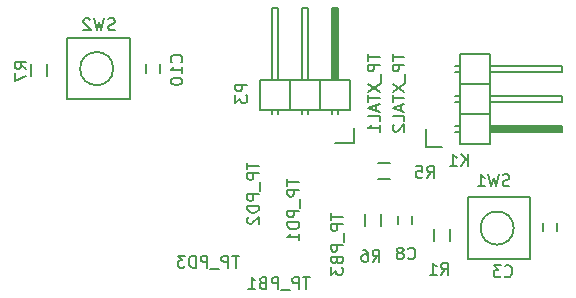
<source format=gbo>
G04 #@! TF.FileFunction,Legend,Bot*
%FSLAX46Y46*%
G04 Gerber Fmt 4.6, Leading zero omitted, Abs format (unit mm)*
G04 Created by KiCad (PCBNEW 0.201507042246+5884~23~ubuntu14.04.1-product) date Wed 08 Jul 2015 10:22:00 AM CEST*
%MOMM*%
G01*
G04 APERTURE LIST*
%ADD10C,0.100000*%
%ADD11C,0.150000*%
G04 APERTURE END LIST*
D10*
D11*
X138700000Y-135075000D02*
X139700000Y-135075000D01*
X139700000Y-133725000D02*
X138700000Y-133725000D01*
X138975000Y-139000000D02*
X138975000Y-138000000D01*
X137625000Y-138000000D02*
X137625000Y-139000000D01*
X109325000Y-125300000D02*
X109325000Y-126300000D01*
X110675000Y-126300000D02*
X110675000Y-125300000D01*
X142800000Y-132350000D02*
X142800000Y-130800000D01*
X144100000Y-132350000D02*
X142800000Y-132350000D01*
X148291000Y-130927000D02*
X154133000Y-130927000D01*
X154133000Y-130927000D02*
X154133000Y-130673000D01*
X154133000Y-130673000D02*
X148291000Y-130673000D01*
X148291000Y-130673000D02*
X148291000Y-130800000D01*
X148291000Y-130800000D02*
X154133000Y-130800000D01*
X145624000Y-131054000D02*
X145243000Y-131054000D01*
X145624000Y-130546000D02*
X145243000Y-130546000D01*
X145624000Y-128514000D02*
X145243000Y-128514000D01*
X145624000Y-128006000D02*
X145243000Y-128006000D01*
X145624000Y-125974000D02*
X145243000Y-125974000D01*
X145624000Y-125466000D02*
X145243000Y-125466000D01*
X148164000Y-129530000D02*
X148164000Y-132070000D01*
X154260000Y-130546000D02*
X148164000Y-130546000D01*
X154260000Y-131054000D02*
X154260000Y-130546000D01*
X148164000Y-131054000D02*
X154260000Y-131054000D01*
X145624000Y-129530000D02*
X148164000Y-129530000D01*
X145624000Y-132070000D02*
X145624000Y-129530000D01*
X145624000Y-132070000D02*
X148164000Y-132070000D01*
X145624000Y-126990000D02*
X148164000Y-126990000D01*
X145624000Y-126990000D02*
X145624000Y-124450000D01*
X148164000Y-125974000D02*
X154260000Y-125974000D01*
X154260000Y-125974000D02*
X154260000Y-125466000D01*
X154260000Y-125466000D02*
X148164000Y-125466000D01*
X148164000Y-124450000D02*
X148164000Y-126990000D01*
X148164000Y-126990000D02*
X148164000Y-129530000D01*
X154260000Y-128006000D02*
X148164000Y-128006000D01*
X154260000Y-128514000D02*
X154260000Y-128006000D01*
X148164000Y-128514000D02*
X154260000Y-128514000D01*
X145624000Y-126990000D02*
X148164000Y-126990000D01*
X145624000Y-129530000D02*
X145624000Y-126990000D01*
X145624000Y-129530000D02*
X148164000Y-129530000D01*
X145624000Y-124450000D02*
X148164000Y-124450000D01*
X152700000Y-138750000D02*
X152700000Y-139450000D01*
X153900000Y-139450000D02*
X153900000Y-138750000D01*
X140400000Y-138150000D02*
X140400000Y-138850000D01*
X141600000Y-138850000D02*
X141600000Y-138150000D01*
X119100000Y-125350000D02*
X119100000Y-126050000D01*
X120300000Y-126050000D02*
X120300000Y-125350000D01*
X144775000Y-140300000D02*
X144775000Y-139300000D01*
X143425000Y-139300000D02*
X143425000Y-140300000D01*
X136650000Y-132000000D02*
X135100000Y-132000000D01*
X136650000Y-130700000D02*
X136650000Y-132000000D01*
X135227000Y-126509000D02*
X135227000Y-120667000D01*
X135227000Y-120667000D02*
X134973000Y-120667000D01*
X134973000Y-120667000D02*
X134973000Y-126509000D01*
X134973000Y-126509000D02*
X135100000Y-126509000D01*
X135100000Y-126509000D02*
X135100000Y-120667000D01*
X135354000Y-129176000D02*
X135354000Y-129557000D01*
X134846000Y-129176000D02*
X134846000Y-129557000D01*
X132814000Y-129176000D02*
X132814000Y-129557000D01*
X132306000Y-129176000D02*
X132306000Y-129557000D01*
X130274000Y-129176000D02*
X130274000Y-129557000D01*
X129766000Y-129176000D02*
X129766000Y-129557000D01*
X133830000Y-126636000D02*
X136370000Y-126636000D01*
X134846000Y-120540000D02*
X134846000Y-126636000D01*
X135354000Y-120540000D02*
X134846000Y-120540000D01*
X135354000Y-126636000D02*
X135354000Y-120540000D01*
X133830000Y-129176000D02*
X133830000Y-126636000D01*
X136370000Y-129176000D02*
X133830000Y-129176000D01*
X136370000Y-129176000D02*
X136370000Y-126636000D01*
X131290000Y-129176000D02*
X131290000Y-126636000D01*
X131290000Y-129176000D02*
X128750000Y-129176000D01*
X130274000Y-126636000D02*
X130274000Y-120540000D01*
X130274000Y-120540000D02*
X129766000Y-120540000D01*
X129766000Y-120540000D02*
X129766000Y-126636000D01*
X128750000Y-126636000D02*
X131290000Y-126636000D01*
X131290000Y-126636000D02*
X133830000Y-126636000D01*
X132306000Y-120540000D02*
X132306000Y-126636000D01*
X132814000Y-120540000D02*
X132306000Y-120540000D01*
X132814000Y-126636000D02*
X132814000Y-120540000D01*
X131290000Y-129176000D02*
X131290000Y-126636000D01*
X133830000Y-129176000D02*
X131290000Y-129176000D01*
X133830000Y-129176000D02*
X133830000Y-126636000D01*
X128750000Y-129176000D02*
X128750000Y-126636000D01*
X150203567Y-139200000D02*
G75*
G03X150203567Y-139200000I-1403567J0D01*
G01*
X146300000Y-141800000D02*
X146300000Y-136600000D01*
X146300000Y-136600000D02*
X151600000Y-136600000D01*
X151600000Y-136600000D02*
X151600000Y-141700000D01*
X151600000Y-141700000D02*
X151600000Y-141800000D01*
X151600000Y-141800000D02*
X146300000Y-141800000D01*
X116303567Y-125700000D02*
G75*
G03X116303567Y-125700000I-1403567J0D01*
G01*
X112400000Y-128300000D02*
X112400000Y-123100000D01*
X112400000Y-123100000D02*
X117700000Y-123100000D01*
X117700000Y-123100000D02*
X117700000Y-128200000D01*
X117700000Y-128200000D02*
X117700000Y-128300000D01*
X117700000Y-128300000D02*
X112400000Y-128300000D01*
X142866666Y-134952381D02*
X143200000Y-134476190D01*
X143438095Y-134952381D02*
X143438095Y-133952381D01*
X143057142Y-133952381D01*
X142961904Y-134000000D01*
X142914285Y-134047619D01*
X142866666Y-134142857D01*
X142866666Y-134285714D01*
X142914285Y-134380952D01*
X142961904Y-134428571D01*
X143057142Y-134476190D01*
X143438095Y-134476190D01*
X141961904Y-133952381D02*
X142438095Y-133952381D01*
X142485714Y-134428571D01*
X142438095Y-134380952D01*
X142342857Y-134333333D01*
X142104761Y-134333333D01*
X142009523Y-134380952D01*
X141961904Y-134428571D01*
X141914285Y-134523810D01*
X141914285Y-134761905D01*
X141961904Y-134857143D01*
X142009523Y-134904762D01*
X142104761Y-134952381D01*
X142342857Y-134952381D01*
X142438095Y-134904762D01*
X142485714Y-134857143D01*
X138266666Y-142052381D02*
X138600000Y-141576190D01*
X138838095Y-142052381D02*
X138838095Y-141052381D01*
X138457142Y-141052381D01*
X138361904Y-141100000D01*
X138314285Y-141147619D01*
X138266666Y-141242857D01*
X138266666Y-141385714D01*
X138314285Y-141480952D01*
X138361904Y-141528571D01*
X138457142Y-141576190D01*
X138838095Y-141576190D01*
X137409523Y-141052381D02*
X137600000Y-141052381D01*
X137695238Y-141100000D01*
X137742857Y-141147619D01*
X137838095Y-141290476D01*
X137885714Y-141480952D01*
X137885714Y-141861905D01*
X137838095Y-141957143D01*
X137790476Y-142004762D01*
X137695238Y-142052381D01*
X137504761Y-142052381D01*
X137409523Y-142004762D01*
X137361904Y-141957143D01*
X137314285Y-141861905D01*
X137314285Y-141623810D01*
X137361904Y-141528571D01*
X137409523Y-141480952D01*
X137504761Y-141433333D01*
X137695238Y-141433333D01*
X137790476Y-141480952D01*
X137838095Y-141528571D01*
X137885714Y-141623810D01*
X108952381Y-125733334D02*
X108476190Y-125400000D01*
X108952381Y-125161905D02*
X107952381Y-125161905D01*
X107952381Y-125542858D01*
X108000000Y-125638096D01*
X108047619Y-125685715D01*
X108142857Y-125733334D01*
X108285714Y-125733334D01*
X108380952Y-125685715D01*
X108428571Y-125638096D01*
X108476190Y-125542858D01*
X108476190Y-125161905D01*
X107952381Y-126066667D02*
X107952381Y-126733334D01*
X108952381Y-126304762D01*
X146338095Y-133952381D02*
X146338095Y-132952381D01*
X145766666Y-133952381D02*
X146195238Y-133380952D01*
X145766666Y-132952381D02*
X146338095Y-133523810D01*
X144814285Y-133952381D02*
X145385714Y-133952381D01*
X145100000Y-133952381D02*
X145100000Y-132952381D01*
X145195238Y-133095238D01*
X145290476Y-133190476D01*
X145385714Y-133238095D01*
X137852381Y-124466666D02*
X137852381Y-125038095D01*
X138852381Y-124752380D02*
X137852381Y-124752380D01*
X138852381Y-125371428D02*
X137852381Y-125371428D01*
X137852381Y-125752381D01*
X137900000Y-125847619D01*
X137947619Y-125895238D01*
X138042857Y-125942857D01*
X138185714Y-125942857D01*
X138280952Y-125895238D01*
X138328571Y-125847619D01*
X138376190Y-125752381D01*
X138376190Y-125371428D01*
X138947619Y-126133333D02*
X138947619Y-126895238D01*
X137852381Y-127038095D02*
X138852381Y-127704762D01*
X137852381Y-127704762D02*
X138852381Y-127038095D01*
X137852381Y-127942857D02*
X137852381Y-128514286D01*
X138852381Y-128228571D02*
X137852381Y-128228571D01*
X138566667Y-128800000D02*
X138566667Y-129276191D01*
X138852381Y-128704762D02*
X137852381Y-129038095D01*
X138852381Y-129371429D01*
X138852381Y-130180953D02*
X138852381Y-129704762D01*
X137852381Y-129704762D01*
X138852381Y-131038096D02*
X138852381Y-130466667D01*
X138852381Y-130752381D02*
X137852381Y-130752381D01*
X137995238Y-130657143D01*
X138090476Y-130561905D01*
X138138095Y-130466667D01*
X139952381Y-124466666D02*
X139952381Y-125038095D01*
X140952381Y-124752380D02*
X139952381Y-124752380D01*
X140952381Y-125371428D02*
X139952381Y-125371428D01*
X139952381Y-125752381D01*
X140000000Y-125847619D01*
X140047619Y-125895238D01*
X140142857Y-125942857D01*
X140285714Y-125942857D01*
X140380952Y-125895238D01*
X140428571Y-125847619D01*
X140476190Y-125752381D01*
X140476190Y-125371428D01*
X141047619Y-126133333D02*
X141047619Y-126895238D01*
X139952381Y-127038095D02*
X140952381Y-127704762D01*
X139952381Y-127704762D02*
X140952381Y-127038095D01*
X139952381Y-127942857D02*
X139952381Y-128514286D01*
X140952381Y-128228571D02*
X139952381Y-128228571D01*
X140666667Y-128800000D02*
X140666667Y-129276191D01*
X140952381Y-128704762D02*
X139952381Y-129038095D01*
X140952381Y-129371429D01*
X140952381Y-130180953D02*
X140952381Y-129704762D01*
X139952381Y-129704762D01*
X140047619Y-130466667D02*
X140000000Y-130514286D01*
X139952381Y-130609524D01*
X139952381Y-130847620D01*
X140000000Y-130942858D01*
X140047619Y-130990477D01*
X140142857Y-131038096D01*
X140238095Y-131038096D01*
X140380952Y-130990477D01*
X140952381Y-130419048D01*
X140952381Y-131038096D01*
X132942857Y-143352381D02*
X132371428Y-143352381D01*
X132657143Y-144352381D02*
X132657143Y-143352381D01*
X132038095Y-144352381D02*
X132038095Y-143352381D01*
X131657142Y-143352381D01*
X131561904Y-143400000D01*
X131514285Y-143447619D01*
X131466666Y-143542857D01*
X131466666Y-143685714D01*
X131514285Y-143780952D01*
X131561904Y-143828571D01*
X131657142Y-143876190D01*
X132038095Y-143876190D01*
X131276190Y-144447619D02*
X130514285Y-144447619D01*
X130276190Y-144352381D02*
X130276190Y-143352381D01*
X129895237Y-143352381D01*
X129799999Y-143400000D01*
X129752380Y-143447619D01*
X129704761Y-143542857D01*
X129704761Y-143685714D01*
X129752380Y-143780952D01*
X129799999Y-143828571D01*
X129895237Y-143876190D01*
X130276190Y-143876190D01*
X128942856Y-143828571D02*
X128799999Y-143876190D01*
X128752380Y-143923810D01*
X128704761Y-144019048D01*
X128704761Y-144161905D01*
X128752380Y-144257143D01*
X128799999Y-144304762D01*
X128895237Y-144352381D01*
X129276190Y-144352381D01*
X129276190Y-143352381D01*
X128942856Y-143352381D01*
X128847618Y-143400000D01*
X128799999Y-143447619D01*
X128752380Y-143542857D01*
X128752380Y-143638095D01*
X128799999Y-143733333D01*
X128847618Y-143780952D01*
X128942856Y-143828571D01*
X129276190Y-143828571D01*
X127752380Y-144352381D02*
X128323809Y-144352381D01*
X128038095Y-144352381D02*
X128038095Y-143352381D01*
X128133333Y-143495238D01*
X128228571Y-143590476D01*
X128323809Y-143638095D01*
X126942857Y-141552381D02*
X126371428Y-141552381D01*
X126657143Y-142552381D02*
X126657143Y-141552381D01*
X126038095Y-142552381D02*
X126038095Y-141552381D01*
X125657142Y-141552381D01*
X125561904Y-141600000D01*
X125514285Y-141647619D01*
X125466666Y-141742857D01*
X125466666Y-141885714D01*
X125514285Y-141980952D01*
X125561904Y-142028571D01*
X125657142Y-142076190D01*
X126038095Y-142076190D01*
X125276190Y-142647619D02*
X124514285Y-142647619D01*
X124276190Y-142552381D02*
X124276190Y-141552381D01*
X123895237Y-141552381D01*
X123799999Y-141600000D01*
X123752380Y-141647619D01*
X123704761Y-141742857D01*
X123704761Y-141885714D01*
X123752380Y-141980952D01*
X123799999Y-142028571D01*
X123895237Y-142076190D01*
X124276190Y-142076190D01*
X123276190Y-142552381D02*
X123276190Y-141552381D01*
X123038095Y-141552381D01*
X122895237Y-141600000D01*
X122799999Y-141695238D01*
X122752380Y-141790476D01*
X122704761Y-141980952D01*
X122704761Y-142123810D01*
X122752380Y-142314286D01*
X122799999Y-142409524D01*
X122895237Y-142504762D01*
X123038095Y-142552381D01*
X123276190Y-142552381D01*
X122371428Y-141552381D02*
X121752380Y-141552381D01*
X122085714Y-141933333D01*
X121942856Y-141933333D01*
X121847618Y-141980952D01*
X121799999Y-142028571D01*
X121752380Y-142123810D01*
X121752380Y-142361905D01*
X121799999Y-142457143D01*
X121847618Y-142504762D01*
X121942856Y-142552381D01*
X122228571Y-142552381D01*
X122323809Y-142504762D01*
X122371428Y-142457143D01*
X149466666Y-143257143D02*
X149514285Y-143304762D01*
X149657142Y-143352381D01*
X149752380Y-143352381D01*
X149895238Y-143304762D01*
X149990476Y-143209524D01*
X150038095Y-143114286D01*
X150085714Y-142923810D01*
X150085714Y-142780952D01*
X150038095Y-142590476D01*
X149990476Y-142495238D01*
X149895238Y-142400000D01*
X149752380Y-142352381D01*
X149657142Y-142352381D01*
X149514285Y-142400000D01*
X149466666Y-142447619D01*
X149133333Y-142352381D02*
X148514285Y-142352381D01*
X148847619Y-142733333D01*
X148704761Y-142733333D01*
X148609523Y-142780952D01*
X148561904Y-142828571D01*
X148514285Y-142923810D01*
X148514285Y-143161905D01*
X148561904Y-143257143D01*
X148609523Y-143304762D01*
X148704761Y-143352381D01*
X148990476Y-143352381D01*
X149085714Y-143304762D01*
X149133333Y-143257143D01*
X141266666Y-141757143D02*
X141314285Y-141804762D01*
X141457142Y-141852381D01*
X141552380Y-141852381D01*
X141695238Y-141804762D01*
X141790476Y-141709524D01*
X141838095Y-141614286D01*
X141885714Y-141423810D01*
X141885714Y-141280952D01*
X141838095Y-141090476D01*
X141790476Y-140995238D01*
X141695238Y-140900000D01*
X141552380Y-140852381D01*
X141457142Y-140852381D01*
X141314285Y-140900000D01*
X141266666Y-140947619D01*
X140695238Y-141280952D02*
X140790476Y-141233333D01*
X140838095Y-141185714D01*
X140885714Y-141090476D01*
X140885714Y-141042857D01*
X140838095Y-140947619D01*
X140790476Y-140900000D01*
X140695238Y-140852381D01*
X140504761Y-140852381D01*
X140409523Y-140900000D01*
X140361904Y-140947619D01*
X140314285Y-141042857D01*
X140314285Y-141090476D01*
X140361904Y-141185714D01*
X140409523Y-141233333D01*
X140504761Y-141280952D01*
X140695238Y-141280952D01*
X140790476Y-141328571D01*
X140838095Y-141376190D01*
X140885714Y-141471429D01*
X140885714Y-141661905D01*
X140838095Y-141757143D01*
X140790476Y-141804762D01*
X140695238Y-141852381D01*
X140504761Y-141852381D01*
X140409523Y-141804762D01*
X140361904Y-141757143D01*
X140314285Y-141661905D01*
X140314285Y-141471429D01*
X140361904Y-141376190D01*
X140409523Y-141328571D01*
X140504761Y-141280952D01*
X122057143Y-125157143D02*
X122104762Y-125109524D01*
X122152381Y-124966667D01*
X122152381Y-124871429D01*
X122104762Y-124728571D01*
X122009524Y-124633333D01*
X121914286Y-124585714D01*
X121723810Y-124538095D01*
X121580952Y-124538095D01*
X121390476Y-124585714D01*
X121295238Y-124633333D01*
X121200000Y-124728571D01*
X121152381Y-124871429D01*
X121152381Y-124966667D01*
X121200000Y-125109524D01*
X121247619Y-125157143D01*
X122152381Y-126109524D02*
X122152381Y-125538095D01*
X122152381Y-125823809D02*
X121152381Y-125823809D01*
X121295238Y-125728571D01*
X121390476Y-125633333D01*
X121438095Y-125538095D01*
X121152381Y-126728571D02*
X121152381Y-126823810D01*
X121200000Y-126919048D01*
X121247619Y-126966667D01*
X121342857Y-127014286D01*
X121533333Y-127061905D01*
X121771429Y-127061905D01*
X121961905Y-127014286D01*
X122057143Y-126966667D01*
X122104762Y-126919048D01*
X122152381Y-126823810D01*
X122152381Y-126728571D01*
X122104762Y-126633333D01*
X122057143Y-126585714D01*
X121961905Y-126538095D01*
X121771429Y-126490476D01*
X121533333Y-126490476D01*
X121342857Y-126538095D01*
X121247619Y-126585714D01*
X121200000Y-126633333D01*
X121152381Y-126728571D01*
X144066666Y-143152381D02*
X144400000Y-142676190D01*
X144638095Y-143152381D02*
X144638095Y-142152381D01*
X144257142Y-142152381D01*
X144161904Y-142200000D01*
X144114285Y-142247619D01*
X144066666Y-142342857D01*
X144066666Y-142485714D01*
X144114285Y-142580952D01*
X144161904Y-142628571D01*
X144257142Y-142676190D01*
X144638095Y-142676190D01*
X143114285Y-143152381D02*
X143685714Y-143152381D01*
X143400000Y-143152381D02*
X143400000Y-142152381D01*
X143495238Y-142295238D01*
X143590476Y-142390476D01*
X143685714Y-142438095D01*
X134752381Y-137957143D02*
X134752381Y-138528572D01*
X135752381Y-138242857D02*
X134752381Y-138242857D01*
X135752381Y-138861905D02*
X134752381Y-138861905D01*
X134752381Y-139242858D01*
X134800000Y-139338096D01*
X134847619Y-139385715D01*
X134942857Y-139433334D01*
X135085714Y-139433334D01*
X135180952Y-139385715D01*
X135228571Y-139338096D01*
X135276190Y-139242858D01*
X135276190Y-138861905D01*
X135847619Y-139623810D02*
X135847619Y-140385715D01*
X135752381Y-140623810D02*
X134752381Y-140623810D01*
X134752381Y-141004763D01*
X134800000Y-141100001D01*
X134847619Y-141147620D01*
X134942857Y-141195239D01*
X135085714Y-141195239D01*
X135180952Y-141147620D01*
X135228571Y-141100001D01*
X135276190Y-141004763D01*
X135276190Y-140623810D01*
X135228571Y-141957144D02*
X135276190Y-142100001D01*
X135323810Y-142147620D01*
X135419048Y-142195239D01*
X135561905Y-142195239D01*
X135657143Y-142147620D01*
X135704762Y-142100001D01*
X135752381Y-142004763D01*
X135752381Y-141623810D01*
X134752381Y-141623810D01*
X134752381Y-141957144D01*
X134800000Y-142052382D01*
X134847619Y-142100001D01*
X134942857Y-142147620D01*
X135038095Y-142147620D01*
X135133333Y-142100001D01*
X135180952Y-142052382D01*
X135228571Y-141957144D01*
X135228571Y-141623810D01*
X134752381Y-142528572D02*
X134752381Y-143147620D01*
X135133333Y-142814286D01*
X135133333Y-142957144D01*
X135180952Y-143052382D01*
X135228571Y-143100001D01*
X135323810Y-143147620D01*
X135561905Y-143147620D01*
X135657143Y-143100001D01*
X135704762Y-143052382D01*
X135752381Y-142957144D01*
X135752381Y-142671429D01*
X135704762Y-142576191D01*
X135657143Y-142528572D01*
X131052381Y-135057143D02*
X131052381Y-135628572D01*
X132052381Y-135342857D02*
X131052381Y-135342857D01*
X132052381Y-135961905D02*
X131052381Y-135961905D01*
X131052381Y-136342858D01*
X131100000Y-136438096D01*
X131147619Y-136485715D01*
X131242857Y-136533334D01*
X131385714Y-136533334D01*
X131480952Y-136485715D01*
X131528571Y-136438096D01*
X131576190Y-136342858D01*
X131576190Y-135961905D01*
X132147619Y-136723810D02*
X132147619Y-137485715D01*
X132052381Y-137723810D02*
X131052381Y-137723810D01*
X131052381Y-138104763D01*
X131100000Y-138200001D01*
X131147619Y-138247620D01*
X131242857Y-138295239D01*
X131385714Y-138295239D01*
X131480952Y-138247620D01*
X131528571Y-138200001D01*
X131576190Y-138104763D01*
X131576190Y-137723810D01*
X132052381Y-138723810D02*
X131052381Y-138723810D01*
X131052381Y-138961905D01*
X131100000Y-139104763D01*
X131195238Y-139200001D01*
X131290476Y-139247620D01*
X131480952Y-139295239D01*
X131623810Y-139295239D01*
X131814286Y-139247620D01*
X131909524Y-139200001D01*
X132004762Y-139104763D01*
X132052381Y-138961905D01*
X132052381Y-138723810D01*
X132052381Y-140247620D02*
X132052381Y-139676191D01*
X132052381Y-139961905D02*
X131052381Y-139961905D01*
X131195238Y-139866667D01*
X131290476Y-139771429D01*
X131338095Y-139676191D01*
X127652381Y-133657143D02*
X127652381Y-134228572D01*
X128652381Y-133942857D02*
X127652381Y-133942857D01*
X128652381Y-134561905D02*
X127652381Y-134561905D01*
X127652381Y-134942858D01*
X127700000Y-135038096D01*
X127747619Y-135085715D01*
X127842857Y-135133334D01*
X127985714Y-135133334D01*
X128080952Y-135085715D01*
X128128571Y-135038096D01*
X128176190Y-134942858D01*
X128176190Y-134561905D01*
X128747619Y-135323810D02*
X128747619Y-136085715D01*
X128652381Y-136323810D02*
X127652381Y-136323810D01*
X127652381Y-136704763D01*
X127700000Y-136800001D01*
X127747619Y-136847620D01*
X127842857Y-136895239D01*
X127985714Y-136895239D01*
X128080952Y-136847620D01*
X128128571Y-136800001D01*
X128176190Y-136704763D01*
X128176190Y-136323810D01*
X128652381Y-137323810D02*
X127652381Y-137323810D01*
X127652381Y-137561905D01*
X127700000Y-137704763D01*
X127795238Y-137800001D01*
X127890476Y-137847620D01*
X128080952Y-137895239D01*
X128223810Y-137895239D01*
X128414286Y-137847620D01*
X128509524Y-137800001D01*
X128604762Y-137704763D01*
X128652381Y-137561905D01*
X128652381Y-137323810D01*
X127747619Y-138276191D02*
X127700000Y-138323810D01*
X127652381Y-138419048D01*
X127652381Y-138657144D01*
X127700000Y-138752382D01*
X127747619Y-138800001D01*
X127842857Y-138847620D01*
X127938095Y-138847620D01*
X128080952Y-138800001D01*
X128652381Y-138228572D01*
X128652381Y-138847620D01*
X127652381Y-127061905D02*
X126652381Y-127061905D01*
X126652381Y-127442858D01*
X126700000Y-127538096D01*
X126747619Y-127585715D01*
X126842857Y-127633334D01*
X126985714Y-127633334D01*
X127080952Y-127585715D01*
X127128571Y-127538096D01*
X127176190Y-127442858D01*
X127176190Y-127061905D01*
X126652381Y-127966667D02*
X126652381Y-128585715D01*
X127033333Y-128252381D01*
X127033333Y-128395239D01*
X127080952Y-128490477D01*
X127128571Y-128538096D01*
X127223810Y-128585715D01*
X127461905Y-128585715D01*
X127557143Y-128538096D01*
X127604762Y-128490477D01*
X127652381Y-128395239D01*
X127652381Y-128109524D01*
X127604762Y-128014286D01*
X127557143Y-127966667D01*
X149833333Y-135604762D02*
X149690476Y-135652381D01*
X149452380Y-135652381D01*
X149357142Y-135604762D01*
X149309523Y-135557143D01*
X149261904Y-135461905D01*
X149261904Y-135366667D01*
X149309523Y-135271429D01*
X149357142Y-135223810D01*
X149452380Y-135176190D01*
X149642857Y-135128571D01*
X149738095Y-135080952D01*
X149785714Y-135033333D01*
X149833333Y-134938095D01*
X149833333Y-134842857D01*
X149785714Y-134747619D01*
X149738095Y-134700000D01*
X149642857Y-134652381D01*
X149404761Y-134652381D01*
X149261904Y-134700000D01*
X148928571Y-134652381D02*
X148690476Y-135652381D01*
X148499999Y-134938095D01*
X148309523Y-135652381D01*
X148071428Y-134652381D01*
X147166666Y-135652381D02*
X147738095Y-135652381D01*
X147452381Y-135652381D02*
X147452381Y-134652381D01*
X147547619Y-134795238D01*
X147642857Y-134890476D01*
X147738095Y-134938095D01*
X116433333Y-122404762D02*
X116290476Y-122452381D01*
X116052380Y-122452381D01*
X115957142Y-122404762D01*
X115909523Y-122357143D01*
X115861904Y-122261905D01*
X115861904Y-122166667D01*
X115909523Y-122071429D01*
X115957142Y-122023810D01*
X116052380Y-121976190D01*
X116242857Y-121928571D01*
X116338095Y-121880952D01*
X116385714Y-121833333D01*
X116433333Y-121738095D01*
X116433333Y-121642857D01*
X116385714Y-121547619D01*
X116338095Y-121500000D01*
X116242857Y-121452381D01*
X116004761Y-121452381D01*
X115861904Y-121500000D01*
X115528571Y-121452381D02*
X115290476Y-122452381D01*
X115099999Y-121738095D01*
X114909523Y-122452381D01*
X114671428Y-121452381D01*
X114338095Y-121547619D02*
X114290476Y-121500000D01*
X114195238Y-121452381D01*
X113957142Y-121452381D01*
X113861904Y-121500000D01*
X113814285Y-121547619D01*
X113766666Y-121642857D01*
X113766666Y-121738095D01*
X113814285Y-121880952D01*
X114385714Y-122452381D01*
X113766666Y-122452381D01*
M02*

</source>
